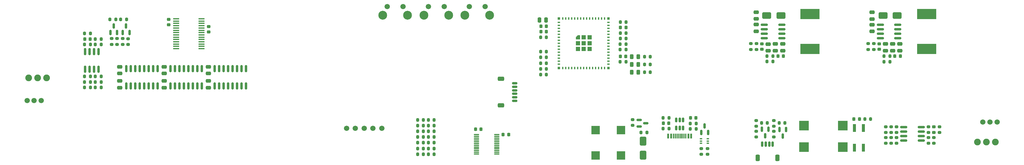
<source format=gbr>
%TF.GenerationSoftware,KiCad,Pcbnew,7.0.10*%
%TF.CreationDate,2024-02-02T23:20:54-05:00*%
%TF.ProjectId,ayab-esp32,61796162-2d65-4737-9033-322e6b696361,rev?*%
%TF.SameCoordinates,PX2be61f8PY9c01778*%
%TF.FileFunction,Paste,Top*%
%TF.FilePolarity,Positive*%
%FSLAX46Y46*%
G04 Gerber Fmt 4.6, Leading zero omitted, Abs format (unit mm)*
G04 Created by KiCad (PCBNEW 7.0.10) date 2024-02-02 23:20:54*
%MOMM*%
%LPD*%
G01*
G04 APERTURE LIST*
G04 Aperture macros list*
%AMRoundRect*
0 Rectangle with rounded corners*
0 $1 Rounding radius*
0 $2 $3 $4 $5 $6 $7 $8 $9 X,Y pos of 4 corners*
0 Add a 4 corners polygon primitive as box body*
4,1,4,$2,$3,$4,$5,$6,$7,$8,$9,$2,$3,0*
0 Add four circle primitives for the rounded corners*
1,1,$1+$1,$2,$3*
1,1,$1+$1,$4,$5*
1,1,$1+$1,$6,$7*
1,1,$1+$1,$8,$9*
0 Add four rect primitives between the rounded corners*
20,1,$1+$1,$2,$3,$4,$5,0*
20,1,$1+$1,$4,$5,$6,$7,0*
20,1,$1+$1,$6,$7,$8,$9,0*
20,1,$1+$1,$8,$9,$2,$3,0*%
%AMFreePoly0*
4,1,6,0.600000,-0.600000,-0.600000,-0.600000,-0.600000,0.000000,0.000000,0.600000,0.600000,0.600000,0.600000,-0.600000,0.600000,-0.600000,$1*%
G04 Aperture macros list end*
%ADD10RoundRect,0.225000X0.225000X0.250000X-0.225000X0.250000X-0.225000X-0.250000X0.225000X-0.250000X0*%
%ADD11RoundRect,0.200000X0.275000X-0.200000X0.275000X0.200000X-0.275000X0.200000X-0.275000X-0.200000X0*%
%ADD12RoundRect,0.200000X0.200000X0.275000X-0.200000X0.275000X-0.200000X-0.275000X0.200000X-0.275000X0*%
%ADD13RoundRect,0.200000X-0.200000X-0.275000X0.200000X-0.275000X0.200000X0.275000X-0.200000X0.275000X0*%
%ADD14C,1.520000*%
%ADD15C,2.500000*%
%ADD16RoundRect,0.150000X0.150000X-0.825000X0.150000X0.825000X-0.150000X0.825000X-0.150000X-0.825000X0*%
%ADD17RoundRect,0.250000X-0.475000X0.250000X-0.475000X-0.250000X0.475000X-0.250000X0.475000X0.250000X0*%
%ADD18RoundRect,0.250000X0.475000X-0.250000X0.475000X0.250000X-0.475000X0.250000X-0.475000X-0.250000X0*%
%ADD19C,1.500000*%
%ADD20RoundRect,0.225000X-0.225000X-0.250000X0.225000X-0.250000X0.225000X0.250000X-0.225000X0.250000X0*%
%ADD21RoundRect,0.150000X-0.150000X0.825000X-0.150000X-0.825000X0.150000X-0.825000X0.150000X0.825000X0*%
%ADD22RoundRect,0.218750X0.218750X0.256250X-0.218750X0.256250X-0.218750X-0.256250X0.218750X-0.256250X0*%
%ADD23RoundRect,0.150000X-0.625000X0.150000X-0.625000X-0.150000X0.625000X-0.150000X0.625000X0.150000X0*%
%ADD24RoundRect,0.250000X-0.650000X0.350000X-0.650000X-0.350000X0.650000X-0.350000X0.650000X0.350000X0*%
%ADD25RoundRect,0.200000X-0.275000X0.200000X-0.275000X-0.200000X0.275000X-0.200000X0.275000X0.200000X0*%
%ADD26R,2.800000X2.800000*%
%ADD27RoundRect,0.150000X0.150000X-0.587500X0.150000X0.587500X-0.150000X0.587500X-0.150000X-0.587500X0*%
%ADD28RoundRect,0.225000X-0.250000X0.225000X-0.250000X-0.225000X0.250000X-0.225000X0.250000X0.225000X0*%
%ADD29RoundRect,0.243750X-0.243750X-0.456250X0.243750X-0.456250X0.243750X0.456250X-0.243750X0.456250X0*%
%ADD30RoundRect,0.218750X-0.218750X-0.256250X0.218750X-0.256250X0.218750X0.256250X-0.218750X0.256250X0*%
%ADD31RoundRect,0.150000X-0.150000X0.587500X-0.150000X-0.587500X0.150000X-0.587500X0.150000X0.587500X0*%
%ADD32RoundRect,0.225000X0.250000X-0.225000X0.250000X0.225000X-0.250000X0.225000X-0.250000X-0.225000X0*%
%ADD33R,0.600000X1.450000*%
%ADD34R,0.300000X1.450000*%
%ADD35R,5.400000X2.900000*%
%ADD36R,0.840000X2.240000*%
%ADD37R,2.400000X2.400000*%
%ADD38R,0.650000X0.400000*%
%ADD39RoundRect,0.150000X0.150000X-0.512500X0.150000X0.512500X-0.150000X0.512500X-0.150000X-0.512500X0*%
%ADD40RoundRect,0.150000X-0.825000X-0.150000X0.825000X-0.150000X0.825000X0.150000X-0.825000X0.150000X0*%
%ADD41C,1.900000*%
%ADD42RoundRect,0.250000X0.250000X0.475000X-0.250000X0.475000X-0.250000X-0.475000X0.250000X-0.475000X0*%
%ADD43RoundRect,0.250000X1.000000X0.650000X-1.000000X0.650000X-1.000000X-0.650000X1.000000X-0.650000X0*%
%ADD44R,1.750000X0.450000*%
%ADD45RoundRect,0.250000X0.650000X-1.000000X0.650000X1.000000X-0.650000X1.000000X-0.650000X-1.000000X0*%
%ADD46RoundRect,0.075000X-0.662500X-0.075000X0.662500X-0.075000X0.662500X0.075000X-0.662500X0.075000X0*%
%ADD47RoundRect,0.150000X-0.150000X-0.625000X0.150000X-0.625000X0.150000X0.625000X-0.150000X0.625000X0*%
%ADD48RoundRect,0.250000X-0.350000X-0.650000X0.350000X-0.650000X0.350000X0.650000X-0.350000X0.650000X0*%
%ADD49RoundRect,0.150000X-0.587500X-0.150000X0.587500X-0.150000X0.587500X0.150000X-0.587500X0.150000X0*%
%ADD50R,0.800000X0.400000*%
%ADD51R,0.400000X0.800000*%
%ADD52FreePoly0,0.000000*%
%ADD53R,1.200000X1.200000*%
%ADD54R,0.800000X0.800000*%
G04 APERTURE END LIST*
D10*
%TO.C,C501*%
X202243648Y11223864D03*
X200693648Y11223864D03*
%TD*%
D11*
%TO.C,R809*%
X45768648Y33573864D03*
X45768648Y35223864D03*
%TD*%
D12*
%TO.C,R813*%
X167543648Y26608864D03*
X165893648Y26608864D03*
%TD*%
D11*
%TO.C,R807*%
X227033248Y7283864D03*
X227033248Y8933864D03*
%TD*%
D13*
%TO.C,R207*%
X188468648Y36808864D03*
X190118648Y36808864D03*
%TD*%
D14*
%TO.C,SW203*%
X145678648Y44353864D03*
X150178648Y44353864D03*
D15*
X144428648Y41853864D03*
X151428648Y41853864D03*
%TD*%
D16*
%TO.C,U702*%
X36696448Y26555864D03*
X37966448Y26555864D03*
X39236448Y26555864D03*
X40506448Y26555864D03*
X40506448Y31505864D03*
X39236448Y31505864D03*
X37966448Y31505864D03*
X36696448Y31505864D03*
%TD*%
D12*
%TO.C,R203*%
X196998648Y27878864D03*
X195348648Y27878864D03*
%TD*%
D17*
%TO.C,C610*%
X259873048Y39183864D03*
X259873048Y37283864D03*
%TD*%
D12*
%TO.C,R706*%
X135681148Y8908130D03*
X134031148Y8908130D03*
%TD*%
D18*
%TO.C,C621*%
X230428648Y31783864D03*
X230428648Y33683864D03*
%TD*%
D13*
%TO.C,R604*%
X263263648Y30233864D03*
X264913648Y30233864D03*
%TD*%
D18*
%TO.C,C602*%
X226998648Y40803864D03*
X226998648Y42703864D03*
%TD*%
D19*
%TO.C,J412*%
X295327698Y11550054D03*
X293327698Y11550054D03*
X291327698Y11550054D03*
%TD*%
D12*
%TO.C,R720*%
X41256448Y33555864D03*
X39606448Y33555864D03*
%TD*%
D20*
%TO.C,C502*%
X208368648Y12698864D03*
X209918648Y12698864D03*
%TD*%
D17*
%TO.C,C303*%
X71643648Y23208864D03*
X71643648Y21308864D03*
%TD*%
D21*
%TO.C,U304*%
X57263648Y26733864D03*
X55993648Y26733864D03*
X54723648Y26733864D03*
X53453648Y26733864D03*
X52183648Y26733864D03*
X50913648Y26733864D03*
X49643648Y26733864D03*
X48373648Y26733864D03*
X48373648Y21783864D03*
X49643648Y21783864D03*
X50913648Y21783864D03*
X52183648Y21783864D03*
X53453648Y21783864D03*
X54723648Y21783864D03*
X55993648Y21783864D03*
X57263648Y21783864D03*
%TD*%
D11*
%TO.C,R810*%
X48918648Y33558864D03*
X48918648Y35208864D03*
%TD*%
D22*
%TO.C,D604*%
X234746148Y30243864D03*
X233171148Y30243864D03*
%TD*%
D23*
%TO.C,J805*%
X158518648Y22558864D03*
X158518648Y21558864D03*
X158518648Y20558864D03*
X158518648Y19558864D03*
X158518648Y18558864D03*
X158518648Y17558864D03*
D24*
X154643648Y23858864D03*
X154643648Y16258864D03*
%TD*%
D11*
%TO.C,R734*%
X265278648Y5508864D03*
X265278648Y7158864D03*
%TD*%
D12*
%TO.C,R710*%
X135681148Y5666464D03*
X134031148Y5666464D03*
%TD*%
D25*
%TO.C,R730*%
X263728648Y7158864D03*
X263728648Y5508864D03*
%TD*%
D13*
%TO.C,R206*%
X165893648Y35633864D03*
X167543648Y35633864D03*
%TD*%
D18*
%TO.C,C601*%
X259838648Y40783864D03*
X259838648Y42683864D03*
%TD*%
D12*
%TO.C,R707*%
X132631148Y7287297D03*
X130981148Y7287297D03*
%TD*%
D21*
%TO.C,U303*%
X69813648Y26733864D03*
X68543648Y26733864D03*
X67273648Y26733864D03*
X66003648Y26733864D03*
X64733648Y26733864D03*
X63463648Y26733864D03*
X62193648Y26733864D03*
X60923648Y26733864D03*
X60923648Y21783864D03*
X62193648Y21783864D03*
X63463648Y21783864D03*
X64733648Y21783864D03*
X66003648Y21783864D03*
X67273648Y21783864D03*
X68543648Y21783864D03*
X69813648Y21783864D03*
%TD*%
D13*
%TO.C,R209*%
X165893648Y29908864D03*
X167543648Y29908864D03*
%TD*%
D26*
%TO.C,J601*%
X240573648Y4449064D03*
X240573648Y10549064D03*
X251573648Y4449064D03*
X251573648Y10549064D03*
%TD*%
D12*
%TO.C,R704*%
X135681148Y10528963D03*
X134031148Y10528963D03*
%TD*%
D19*
%TO.C,J410*%
X120828648Y9773864D03*
X118328648Y9773864D03*
X115828648Y9773864D03*
X113328648Y9773864D03*
X110828648Y9773864D03*
%TD*%
D12*
%TO.C,R204*%
X196998648Y25663864D03*
X195348648Y25663864D03*
%TD*%
D27*
%TO.C,Q502*%
X211468648Y8611364D03*
X213368648Y8611364D03*
X212418648Y10486364D03*
%TD*%
D11*
%TO.C,R606*%
X258798648Y32138864D03*
X258798648Y33788864D03*
%TD*%
D12*
%TO.C,R703*%
X132631148Y10528963D03*
X130981148Y10528963D03*
%TD*%
D19*
%TO.C,J411*%
X24229648Y17677864D03*
X22229648Y17677864D03*
X20229648Y17677864D03*
%TD*%
D18*
%TO.C,C617*%
X234528648Y31793864D03*
X234528648Y33693864D03*
%TD*%
D13*
%TO.C,R605*%
X230103648Y30243864D03*
X231753648Y30243864D03*
%TD*%
%TO.C,R724*%
X39606448Y35105864D03*
X41256448Y35105864D03*
%TD*%
D25*
%TO.C,R801*%
X227033248Y11983864D03*
X227033248Y10333864D03*
%TD*%
D28*
%TO.C,C615*%
X228628648Y33728864D03*
X228628648Y32178864D03*
%TD*%
D20*
%TO.C,C202*%
X188518648Y38383864D03*
X190068648Y38383864D03*
%TD*%
D12*
%TO.C,R708*%
X135681148Y7287297D03*
X134031148Y7287297D03*
%TD*%
D25*
%TO.C,R211*%
X191978648Y12258864D03*
X191978648Y10608864D03*
%TD*%
D11*
%TO.C,R721*%
X265278648Y8558864D03*
X265278648Y10208864D03*
%TD*%
D29*
%TO.C,D201*%
X191723648Y30063864D03*
X193598648Y30063864D03*
%TD*%
D20*
%TO.C,C201*%
X188493648Y30213864D03*
X190043648Y30213864D03*
%TD*%
D25*
%TO.C,R503*%
X211443648Y4036364D03*
X211443648Y2386364D03*
%TD*%
D13*
%TO.C,R804*%
X228518248Y11303864D03*
X230168248Y11303864D03*
%TD*%
D17*
%TO.C,C302*%
X59093648Y23208864D03*
X59093648Y21308864D03*
%TD*%
D10*
%TO.C,C204*%
X167493648Y38708864D03*
X165943648Y38708864D03*
%TD*%
D18*
%TO.C,C616*%
X267708648Y31803864D03*
X267708648Y33703864D03*
%TD*%
%TO.C,C603*%
X46526248Y25321464D03*
X46526248Y27221464D03*
%TD*%
D11*
%TO.C,R722*%
X275878648Y5508864D03*
X275878648Y7158864D03*
%TD*%
D29*
%TO.C,D202*%
X191723648Y27873864D03*
X193598648Y27873864D03*
%TD*%
D13*
%TO.C,R501*%
X200643648Y12748864D03*
X202293648Y12748864D03*
%TD*%
D20*
%TO.C,C702*%
X147428648Y9543864D03*
X148978648Y9543864D03*
%TD*%
D13*
%TO.C,R814*%
X165893648Y28258864D03*
X167543648Y28258864D03*
%TD*%
D12*
%TO.C,R803*%
X235183648Y11273864D03*
X233533648Y11273864D03*
%TD*%
D13*
%TO.C,R728*%
X39606448Y21380864D03*
X41256448Y21380864D03*
%TD*%
D30*
%TO.C,D602*%
X254750498Y12378064D03*
X256325498Y12378064D03*
%TD*%
D13*
%TO.C,R210*%
X165893648Y31558864D03*
X167543648Y31558864D03*
%TD*%
D31*
%TO.C,Q802*%
X235533648Y9473864D03*
X233633648Y9473864D03*
X234583648Y7598864D03*
%TD*%
D32*
%TO.C,C305*%
X71718648Y37133864D03*
X71718648Y38683864D03*
%TD*%
D12*
%TO.C,R711*%
X132631148Y4045631D03*
X130981148Y4045631D03*
%TD*%
%TO.C,R705*%
X132631148Y8908130D03*
X130981148Y8908130D03*
%TD*%
%TO.C,R212*%
X195998648Y8573864D03*
X194348648Y8573864D03*
%TD*%
D14*
%TO.C,SW201*%
X122398648Y44353864D03*
X126898648Y44353864D03*
D15*
X121148648Y41853864D03*
X128148648Y41853864D03*
%TD*%
D10*
%TO.C,C703*%
X38156448Y35105864D03*
X36606448Y35105864D03*
%TD*%
D25*
%TO.C,R609*%
X227078648Y33778864D03*
X227078648Y32128864D03*
%TD*%
D33*
%TO.C,J501*%
X202068648Y7543864D03*
X202868648Y7543864D03*
D34*
X204068648Y7543864D03*
X205068648Y7543864D03*
X205568648Y7543864D03*
X206568648Y7543864D03*
D33*
X207768648Y7543864D03*
X208568648Y7543864D03*
X208568648Y7543864D03*
X207768648Y7543864D03*
D34*
X207068648Y7543864D03*
X206068648Y7543864D03*
X204568648Y7543864D03*
X203568648Y7543864D03*
D33*
X202868648Y7543864D03*
X202068648Y7543864D03*
%TD*%
D31*
%TO.C,Q801*%
X230493248Y9503864D03*
X228593248Y9503864D03*
X229543248Y7628864D03*
%TD*%
D25*
%TO.C,R726*%
X277428648Y7158864D03*
X277428648Y5508864D03*
%TD*%
%TO.C,R812*%
X44208648Y35223864D03*
X44208648Y33573864D03*
%TD*%
D12*
%TO.C,R201*%
X190093648Y28663864D03*
X188443648Y28663864D03*
%TD*%
D25*
%TO.C,R502*%
X213193648Y4036364D03*
X213193648Y2386364D03*
%TD*%
D13*
%TO.C,R715*%
X36556448Y24480864D03*
X38206448Y24480864D03*
%TD*%
D14*
%TO.C,SW202*%
X134038648Y44353864D03*
X138538648Y44353864D03*
D15*
X132788648Y41853864D03*
X139788648Y41853864D03*
%TD*%
D13*
%TO.C,R611*%
X263263648Y28693864D03*
X264913648Y28693864D03*
%TD*%
D32*
%TO.C,C704*%
X277428648Y8608864D03*
X277428648Y10158864D03*
%TD*%
D25*
%TO.C,R729*%
X263728648Y10208864D03*
X263728648Y8558864D03*
%TD*%
D35*
%TO.C,L602*%
X242253048Y42208864D03*
X242253048Y32308864D03*
%TD*%
D18*
%TO.C,C604*%
X59093648Y25308864D03*
X59093648Y27208864D03*
%TD*%
%TO.C,C618*%
X265688648Y31803864D03*
X265688648Y33703864D03*
%TD*%
D11*
%TO.C,R718*%
X275878648Y8558864D03*
X275878648Y10208864D03*
%TD*%
D36*
%TO.C,D601*%
X254838648Y4253864D03*
X257378648Y4253864D03*
X257378648Y9893864D03*
X254838648Y9893864D03*
%TD*%
D12*
%TO.C,R806*%
X190103648Y32143864D03*
X188453648Y32143864D03*
%TD*%
D13*
%TO.C,R208*%
X188468648Y35233864D03*
X190118648Y35233864D03*
%TD*%
D12*
%TO.C,R205*%
X190113648Y39933864D03*
X188463648Y39933864D03*
%TD*%
D13*
%TO.C,R723*%
X36556448Y36655864D03*
X38206448Y36655864D03*
%TD*%
D11*
%TO.C,R607*%
X225538648Y32128864D03*
X225538648Y33778864D03*
%TD*%
D22*
%TO.C,D603*%
X267916148Y30223864D03*
X266341148Y30223864D03*
%TD*%
D35*
%TO.C,L601*%
X275348648Y42213864D03*
X275348648Y32313864D03*
%TD*%
D25*
%TO.C,R725*%
X278978648Y10208864D03*
X278978648Y8558864D03*
%TD*%
D37*
%TO.C,BUZZER201*%
X188643648Y2048864D03*
X188643648Y9248864D03*
X181443648Y9248864D03*
X181443648Y2048864D03*
%TD*%
D13*
%TO.C,R610*%
X230093648Y28713864D03*
X231743648Y28713864D03*
%TD*%
D12*
%TO.C,R202*%
X196998648Y30063864D03*
X195348648Y30063864D03*
%TD*%
D10*
%TO.C,C203*%
X167493648Y37183864D03*
X165943648Y37183864D03*
%TD*%
D12*
%TO.C,R709*%
X132631148Y5666464D03*
X130981148Y5666464D03*
%TD*%
D11*
%TO.C,R808*%
X232058648Y7273864D03*
X232058648Y8923864D03*
%TD*%
D18*
%TO.C,C620*%
X263658648Y31793864D03*
X263658648Y33693864D03*
%TD*%
D38*
%TO.C,Q501*%
X211368648Y6811364D03*
X211368648Y6161364D03*
X211368648Y5511364D03*
X213268648Y5511364D03*
X213268648Y6161364D03*
X213268648Y6811364D03*
%TD*%
D32*
%TO.C,C301*%
X60418648Y39138864D03*
X60418648Y40688864D03*
%TD*%
D28*
%TO.C,C614*%
X261888648Y33738864D03*
X261888648Y32188864D03*
%TD*%
D27*
%TO.C,Q803*%
X43858648Y36943864D03*
X45758648Y36943864D03*
X44808648Y38818864D03*
%TD*%
D13*
%TO.C,R805*%
X188458648Y33688864D03*
X190108648Y33688864D03*
%TD*%
D39*
%TO.C,U501*%
X204368648Y9861364D03*
X205318648Y9861364D03*
X206268648Y9861364D03*
X206268648Y12136364D03*
X205318648Y12136364D03*
X204368648Y12136364D03*
%TD*%
D12*
%TO.C,R716*%
X38206448Y33555864D03*
X36556448Y33555864D03*
%TD*%
D40*
%TO.C,U601*%
X262223048Y39138864D03*
X262223048Y37868864D03*
X262223048Y36598864D03*
X262223048Y35328864D03*
X267173048Y35328864D03*
X267173048Y36598864D03*
X267173048Y37868864D03*
X267173048Y39138864D03*
%TD*%
D41*
%TO.C,J409*%
X294853648Y5851364D03*
X292313648Y5851364D03*
X289773648Y5851364D03*
%TD*%
D21*
%TO.C,U302*%
X82363648Y26733864D03*
X81093648Y26733864D03*
X79823648Y26733864D03*
X78553648Y26733864D03*
X77283648Y26733864D03*
X76013648Y26733864D03*
X74743648Y26733864D03*
X73473648Y26733864D03*
X73473648Y21783864D03*
X74743648Y21783864D03*
X76013648Y21783864D03*
X77283648Y21783864D03*
X78553648Y21783864D03*
X79823648Y21783864D03*
X81093648Y21783864D03*
X82363648Y21783864D03*
%TD*%
D42*
%TO.C,C205*%
X167443648Y40508864D03*
X165543648Y40508864D03*
%TD*%
D13*
%TO.C,R727*%
X36556448Y21380864D03*
X38206448Y21380864D03*
%TD*%
D12*
%TO.C,R713*%
X132631148Y2424798D03*
X130981148Y2424798D03*
%TD*%
D41*
%TO.C,J414*%
X25768648Y24108864D03*
X23228648Y24108864D03*
X20688648Y24108864D03*
%TD*%
D43*
%TO.C,D605*%
X267023048Y41783864D03*
X263023048Y41783864D03*
%TD*%
D25*
%TO.C,R732*%
X266828648Y7158864D03*
X266828648Y5508864D03*
%TD*%
D17*
%TO.C,C611*%
X227003048Y39208864D03*
X227003048Y37308864D03*
%TD*%
D40*
%TO.C,U602*%
X229353048Y39158864D03*
X229353048Y37888864D03*
X229353048Y36618864D03*
X229353048Y35348864D03*
X234303048Y35348864D03*
X234303048Y36618864D03*
X234303048Y37888864D03*
X234303048Y39158864D03*
%TD*%
D44*
%TO.C,U301*%
X69693648Y32383864D03*
X69693648Y33033864D03*
X69693648Y33683864D03*
X69693648Y34333864D03*
X69693648Y34983864D03*
X69693648Y35633864D03*
X69693648Y36283864D03*
X69693648Y36933864D03*
X69693648Y37583864D03*
X69693648Y38233864D03*
X69693648Y38883864D03*
X69693648Y39533864D03*
X69693648Y40183864D03*
X69693648Y40833864D03*
X62493648Y40833864D03*
X62493648Y40183864D03*
X62493648Y39533864D03*
X62493648Y38883864D03*
X62493648Y38233864D03*
X62493648Y37583864D03*
X62493648Y36933864D03*
X62493648Y36283864D03*
X62493648Y35633864D03*
X62493648Y34983864D03*
X62493648Y34333864D03*
X62493648Y33683864D03*
X62493648Y33033864D03*
X62493648Y32383864D03*
%TD*%
D12*
%TO.C,R719*%
X38206448Y22930864D03*
X36556448Y22930864D03*
%TD*%
%TO.C,R701*%
X132631148Y12149798D03*
X130981148Y12149798D03*
%TD*%
D40*
%TO.C,U703*%
X268878648Y10088864D03*
X268878648Y8818864D03*
X268878648Y7548864D03*
X268878648Y6278864D03*
X273828648Y6278864D03*
X273828648Y7548864D03*
X273828648Y8818864D03*
X273828648Y10088864D03*
%TD*%
D45*
%TO.C,D204*%
X194898648Y2148864D03*
X194898648Y6148864D03*
%TD*%
D46*
%TO.C,U701*%
X147718648Y7973864D03*
X147718648Y7473864D03*
X147718648Y6973864D03*
X147718648Y6473864D03*
X147718648Y5973864D03*
X147718648Y5473864D03*
X147718648Y4973864D03*
X147718648Y4473864D03*
X147718648Y3973864D03*
X147718648Y3473864D03*
X147718648Y2973864D03*
X147718648Y2473864D03*
X153443648Y2473864D03*
X153443648Y2973864D03*
X153443648Y3473864D03*
X153443648Y3973864D03*
X153443648Y4473864D03*
X153443648Y4973864D03*
X153443648Y5473864D03*
X153443648Y5973864D03*
X153443648Y6473864D03*
X153443648Y6973864D03*
X153443648Y7473864D03*
X153443648Y7973864D03*
%TD*%
D47*
%TO.C,J803*%
X228719048Y5248864D03*
X229719048Y5248864D03*
X230719048Y5248864D03*
X231719048Y5248864D03*
D48*
X227419048Y1373864D03*
X233019048Y1373864D03*
%TD*%
D12*
%TO.C,R733*%
X41256448Y22930864D03*
X39606448Y22930864D03*
%TD*%
D13*
%TO.C,R731*%
X39606448Y24480864D03*
X41256448Y24480864D03*
%TD*%
D25*
%TO.C,R811*%
X47348648Y35213864D03*
X47348648Y33563864D03*
%TD*%
D49*
%TO.C,Q201*%
X193803648Y12163864D03*
X193803648Y10263864D03*
X195678648Y11213864D03*
%TD*%
D13*
%TO.C,R815*%
X165893648Y24983864D03*
X167543648Y24983864D03*
%TD*%
%TO.C,R102*%
X208318648Y11148864D03*
X209968648Y11148864D03*
%TD*%
D43*
%TO.C,D606*%
X234028048Y41783864D03*
X230028048Y41783864D03*
%TD*%
D25*
%TO.C,R608*%
X260348648Y33788864D03*
X260348648Y32138864D03*
%TD*%
D13*
%TO.C,R504*%
X208318648Y9598864D03*
X209968648Y9598864D03*
%TD*%
D18*
%TO.C,C605*%
X71643648Y25308864D03*
X71643648Y27208864D03*
%TD*%
D27*
%TO.C,Q804*%
X47378648Y36933864D03*
X49278648Y36933864D03*
X48328648Y38808864D03*
%TD*%
D17*
%TO.C,C304*%
X46518648Y23208864D03*
X46518648Y21308864D03*
%TD*%
D12*
%TO.C,R714*%
X135681148Y2424798D03*
X134031148Y2424798D03*
%TD*%
%TO.C,R101*%
X202293648Y9698864D03*
X200643648Y9698864D03*
%TD*%
%TO.C,R712*%
X135681148Y4045631D03*
X134031148Y4045631D03*
%TD*%
%TO.C,R702*%
X135681148Y12149798D03*
X134031148Y12149798D03*
%TD*%
D20*
%TO.C,C701*%
X155263648Y7983864D03*
X156813648Y7983864D03*
%TD*%
D13*
%TO.C,R816*%
X43743648Y40643864D03*
X45393648Y40643864D03*
%TD*%
D50*
%TO.C,U201*%
X171093648Y39858864D03*
X171093648Y39008864D03*
X171093648Y38158864D03*
X171093648Y37308864D03*
X171093648Y36458864D03*
X171093648Y35608864D03*
X171093648Y34758864D03*
X171093648Y33908864D03*
X171093648Y33058864D03*
X171093648Y32208864D03*
X171093648Y31358864D03*
X171093648Y30508864D03*
X171093648Y29658864D03*
X171093648Y28808864D03*
X171093648Y27958864D03*
D51*
X172143648Y26908864D03*
X172993648Y26908864D03*
X173843648Y26908864D03*
X174693648Y26908864D03*
X175543648Y26908864D03*
X176393648Y26908864D03*
X177243648Y26908864D03*
X178093648Y26908864D03*
X178943648Y26908864D03*
X179793648Y26908864D03*
X180643648Y26908864D03*
X181493648Y26908864D03*
X182343648Y26908864D03*
X183193648Y26908864D03*
X184043648Y26908864D03*
D50*
X185093648Y27958864D03*
X185093648Y28808864D03*
X185093648Y29658864D03*
X185093648Y30508864D03*
X185093648Y31358864D03*
X185093648Y32208864D03*
X185093648Y33058864D03*
X185093648Y33908864D03*
X185093648Y34758864D03*
X185093648Y35608864D03*
X185093648Y36458864D03*
X185093648Y37308864D03*
X185093648Y38158864D03*
X185093648Y39008864D03*
X185093648Y39858864D03*
D51*
X184043648Y40908864D03*
X183193648Y40908864D03*
X182343648Y40908864D03*
X181493648Y40908864D03*
X180643648Y40908864D03*
X179793648Y40908864D03*
X178943648Y40908864D03*
X178093648Y40908864D03*
X177243648Y40908864D03*
X176393648Y40908864D03*
X175543648Y40908864D03*
X174693648Y40908864D03*
X173843648Y40908864D03*
X172993648Y40908864D03*
X172143648Y40908864D03*
D52*
X176443648Y35558864D03*
D53*
X176443648Y33908864D03*
X176443648Y32258864D03*
X178093648Y35558864D03*
X178093648Y33908864D03*
X178093648Y32258864D03*
X179743648Y35558864D03*
X179743648Y33908864D03*
X179743648Y32258864D03*
D54*
X171093648Y40908864D03*
X171093648Y26908864D03*
X185093648Y26908864D03*
X185093648Y40908864D03*
%TD*%
D12*
%TO.C,R817*%
X48448648Y40633864D03*
X46798648Y40633864D03*
%TD*%
D25*
%TO.C,R717*%
X266828648Y10208864D03*
X266828648Y8558864D03*
%TD*%
D18*
%TO.C,C619*%
X232478648Y31793864D03*
X232478648Y33693864D03*
%TD*%
D25*
%TO.C,R802*%
X232058648Y11973864D03*
X232058648Y10323864D03*
%TD*%
D12*
%TO.C,R603*%
X259461798Y12378064D03*
X257811798Y12378064D03*
%TD*%
D29*
%TO.C,D203*%
X191723648Y25663864D03*
X193598648Y25663864D03*
%TD*%
M02*

</source>
